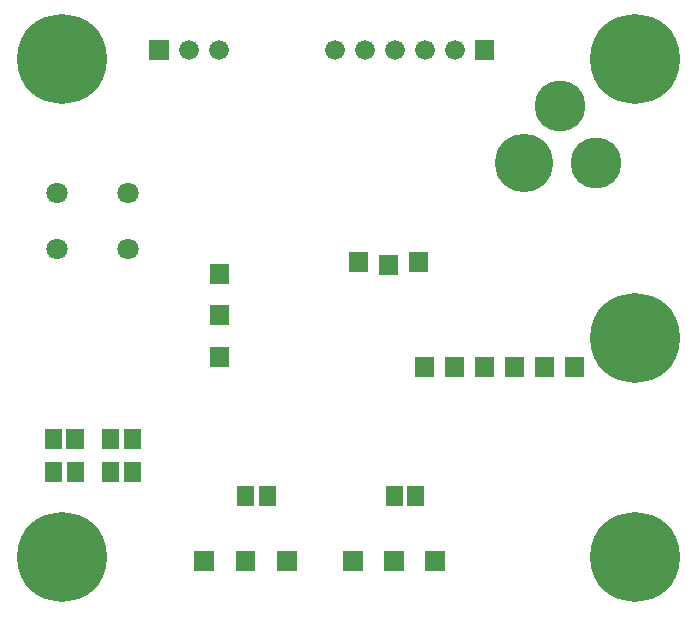
<source format=gbr>
G04 start of page 6 for group -4063 idx -4063 *
G04 Title: (unknown), componentmask *
G04 Creator: pcb 20140316 *
G04 CreationDate: Mon 19 Dec 2016 04:58:44 AM GMT UTC *
G04 For: railfan *
G04 Format: Gerber/RS-274X *
G04 PCB-Dimensions (mil): 2250.00 2000.00 *
G04 PCB-Coordinate-Origin: lower left *
%MOIN*%
%FSLAX25Y25*%
%LNTOPMASK*%
%ADD57R,0.0572X0.0572*%
%ADD56C,0.0710*%
%ADD55C,0.0660*%
%ADD54C,0.1950*%
%ADD53C,0.0001*%
%ADD52C,0.1700*%
%ADD51C,0.2997*%
G54D51*X208000Y183000D03*
G54D52*X183000Y167500D03*
G54D51*X208000Y90000D03*
G54D53*G36*
X174700Y83800D02*Y77200D01*
X181300D01*
Y83800D01*
X174700D01*
G37*
G36*
X184700D02*Y77200D01*
X191300D01*
Y83800D01*
X184700D01*
G37*
G36*
X132700Y118800D02*Y112200D01*
X139300D01*
Y118800D01*
X132700D01*
G37*
G54D54*X171000Y148500D03*
G54D52*X195000D03*
G54D53*G36*
X154700Y189300D02*Y182700D01*
X161300D01*
Y189300D01*
X154700D01*
G37*
G54D55*X148000Y186000D03*
X138000D03*
X128000D03*
X118000D03*
X108000D03*
G54D53*G36*
X46200Y189300D02*Y182700D01*
X52800D01*
Y189300D01*
X46200D01*
G37*
G54D55*X59500Y186000D03*
X69500D03*
G54D56*X15400Y119800D03*
X39000D03*
X15400Y138500D03*
X39000D03*
G54D51*X17000Y17000D03*
Y183000D03*
G54D53*G36*
X66373Y114745D02*Y108145D01*
X72973D01*
Y114745D01*
X66373D01*
G37*
G36*
Y100965D02*Y94365D01*
X72973D01*
Y100965D01*
X66373D01*
G37*
G36*
Y87186D02*Y80586D01*
X72973D01*
Y87186D01*
X66373D01*
G37*
G36*
X61255Y18973D02*Y12373D01*
X67855D01*
Y18973D01*
X61255D01*
G37*
G36*
X75035D02*Y12373D01*
X81635D01*
Y18973D01*
X75035D01*
G37*
G36*
X88814D02*Y12373D01*
X95414D01*
Y18973D01*
X88814D01*
G37*
G54D51*X208000Y17000D03*
G54D53*G36*
X134700Y83800D02*Y77200D01*
X141300D01*
Y83800D01*
X134700D01*
G37*
G36*
X154700D02*Y77200D01*
X161300D01*
Y83800D01*
X154700D01*
G37*
G36*
X164700D02*Y77200D01*
X171300D01*
Y83800D01*
X164700D01*
G37*
G36*
X144700D02*Y77200D01*
X151300D01*
Y83800D01*
X144700D01*
G37*
G36*
X112700Y118800D02*Y112200D01*
X119300D01*
Y118800D01*
X112700D01*
G37*
G36*
X122700Y117800D02*Y111200D01*
X129300D01*
Y117800D01*
X122700D01*
G37*
G36*
X110755Y18973D02*Y12373D01*
X117355D01*
Y18973D01*
X110755D01*
G37*
G36*
X124535D02*Y12373D01*
X131135D01*
Y18973D01*
X124535D01*
G37*
G36*
X138314D02*Y12373D01*
X144914D01*
Y18973D01*
X138314D01*
G37*
G54D57*X21543Y45893D02*Y45107D01*
X33457Y45893D02*Y45107D01*
X40543Y45893D02*Y45107D01*
X33457Y56893D02*Y56107D01*
X40543Y56893D02*Y56107D01*
X14414Y56893D02*Y56107D01*
X21500Y56893D02*Y56107D01*
X14457Y45893D02*Y45107D01*
X85543Y37893D02*Y37107D01*
X78457Y37893D02*Y37107D01*
X135043Y37893D02*Y37107D01*
X127957Y37893D02*Y37107D01*
M02*

</source>
